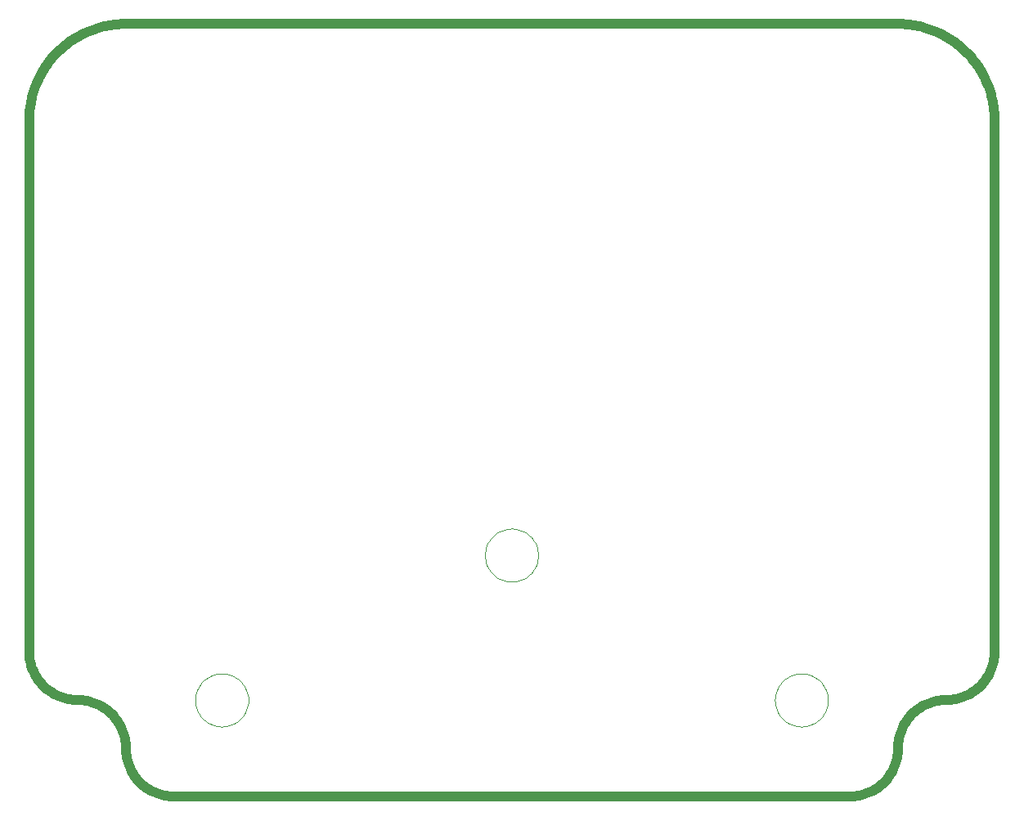
<source format=gm1>
G04*
G04 #@! TF.GenerationSoftware,Altium Limited,Altium Designer,21.3.2 (30)*
G04*
G04 Layer_Color=16711935*
%FSLAX25Y25*%
%MOIN*%
G70*
G04*
G04 #@! TF.SameCoordinates,3DC595B4-C491-417C-8E84-26B3D1DC1506*
G04*
G04*
G04 #@! TF.FilePolarity,Positive*
G04*
G01*
G75*
%ADD35C,0.00000*%
%ADD36C,0.03937*%
D35*
X207677Y98425D02*
X207631Y99424D01*
X207493Y100415D01*
X207264Y101388D01*
X206946Y102336D01*
X206542Y103251D01*
X206055Y104125D01*
X205490Y104950D01*
X204852Y105719D01*
X204144Y106426D01*
X203375Y107065D01*
X202550Y107630D01*
X201676Y108117D01*
X200762Y108521D01*
X199813Y108839D01*
X198840Y109068D01*
X197849Y109206D01*
X196850Y109252D01*
X195851Y109206D01*
X194861Y109068D01*
X193887Y108839D01*
X192939Y108521D01*
X192025Y108117D01*
X191151Y107630D01*
X190326Y107065D01*
X189556Y106426D01*
X188849Y105719D01*
X188210Y104950D01*
X187645Y104125D01*
X187159Y103251D01*
X186755Y102336D01*
X186437Y101388D01*
X186208Y100415D01*
X186070Y99424D01*
X186024Y98425D01*
X186070Y97426D01*
X186208Y96436D01*
X186437Y95462D01*
X186755Y94514D01*
X187159Y93599D01*
X187645Y92726D01*
X188210Y91901D01*
X188849Y91131D01*
X189556Y90424D01*
X190326Y89785D01*
X191151Y89220D01*
X192025Y88734D01*
X192939Y88329D01*
X193887Y88012D01*
X194861Y87783D01*
X195851Y87645D01*
X196850Y87598D01*
X197849Y87645D01*
X198840Y87783D01*
X199813Y88012D01*
X200762Y88329D01*
X201676Y88734D01*
X202550Y89220D01*
X203375Y89785D01*
X204144Y90424D01*
X204852Y91131D01*
X205490Y91901D01*
X206055Y92726D01*
X206542Y93599D01*
X206946Y94514D01*
X207264Y95462D01*
X207493Y96436D01*
X207631Y97426D01*
X207677Y98425D01*
X89567Y39370D02*
X89521Y40369D01*
X89383Y41359D01*
X89154Y42333D01*
X88836Y43281D01*
X88432Y44196D01*
X87945Y45070D01*
X87380Y45895D01*
X86741Y46664D01*
X86034Y47371D01*
X85265Y48010D01*
X84440Y48575D01*
X83566Y49062D01*
X82651Y49466D01*
X81703Y49784D01*
X80730Y50012D01*
X79739Y50151D01*
X78740Y50197D01*
X77741Y50151D01*
X76751Y50012D01*
X75777Y49784D01*
X74829Y49466D01*
X73914Y49062D01*
X73041Y48575D01*
X72216Y48010D01*
X71446Y47371D01*
X70739Y46664D01*
X70100Y45895D01*
X69535Y45070D01*
X69048Y44196D01*
X68644Y43281D01*
X68327Y42333D01*
X68098Y41359D01*
X67960Y40369D01*
X67913Y39370D01*
X67960Y38371D01*
X68098Y37381D01*
X68327Y36407D01*
X68644Y35459D01*
X69048Y34544D01*
X69535Y33670D01*
X70100Y32846D01*
X70739Y32076D01*
X71446Y31369D01*
X72216Y30730D01*
X73041Y30165D01*
X73914Y29678D01*
X74829Y29274D01*
X75777Y28957D01*
X76751Y28728D01*
X77741Y28589D01*
X78740Y28543D01*
X79739Y28589D01*
X80730Y28728D01*
X81703Y28957D01*
X82651Y29274D01*
X83566Y29678D01*
X84440Y30165D01*
X85265Y30730D01*
X86034Y31369D01*
X86741Y32076D01*
X87380Y32846D01*
X87945Y33670D01*
X88432Y34544D01*
X88836Y35459D01*
X89154Y36407D01*
X89383Y37381D01*
X89521Y38371D01*
X89567Y39370D01*
X325787D02*
X325741Y40369D01*
X325603Y41359D01*
X325374Y42333D01*
X325056Y43281D01*
X324652Y44196D01*
X324166Y45070D01*
X323601Y45895D01*
X322962Y46664D01*
X322255Y47371D01*
X321485Y48010D01*
X320660Y48575D01*
X319787Y49062D01*
X318872Y49466D01*
X317923Y49784D01*
X316950Y50012D01*
X315960Y50151D01*
X314961Y50197D01*
X313962Y50151D01*
X312971Y50012D01*
X311998Y49784D01*
X311050Y49466D01*
X310135Y49062D01*
X309261Y48575D01*
X308436Y48010D01*
X307667Y47371D01*
X306960Y46664D01*
X306321Y45895D01*
X305755Y45070D01*
X305269Y44196D01*
X304865Y43281D01*
X304547Y42333D01*
X304318Y41359D01*
X304180Y40369D01*
X304134Y39370D01*
X304180Y38371D01*
X304318Y37381D01*
X304547Y36407D01*
X304865Y35459D01*
X305269Y34544D01*
X305755Y33670D01*
X306321Y32846D01*
X306960Y32076D01*
X307667Y31369D01*
X308436Y30730D01*
X309261Y30165D01*
X310135Y29678D01*
X311050Y29274D01*
X311998Y28957D01*
X312971Y28728D01*
X313962Y28589D01*
X314961Y28543D01*
X315960Y28589D01*
X316950Y28728D01*
X317923Y28957D01*
X318872Y29274D01*
X319787Y29678D01*
X320660Y30165D01*
X321485Y30730D01*
X322255Y31369D01*
X322962Y32076D01*
X323601Y32846D01*
X324166Y33670D01*
X324652Y34544D01*
X325056Y35459D01*
X325374Y36407D01*
X325603Y37381D01*
X325741Y38371D01*
X325787Y39370D01*
D36*
X39620Y19710D02*
X39595Y20707D01*
X39519Y21701D01*
X39393Y22691D01*
X39217Y23673D01*
X38992Y24644D01*
X38717Y25603D01*
X38395Y26547D01*
X38025Y27473D01*
X37608Y28379D01*
X37147Y29263D01*
X36641Y30123D01*
X36092Y30955D01*
X35502Y31759D01*
X34871Y32532D01*
X34203Y33272D01*
X33497Y33978D01*
X32757Y34646D01*
X31984Y35276D01*
X31181Y35867D01*
X30348Y36416D01*
X29488Y36922D01*
X28604Y37383D01*
X27698Y37800D01*
X26772Y38170D01*
X25828Y38492D01*
X24869Y38767D01*
X23898Y38992D01*
X22916Y39168D01*
X21926Y39294D01*
X20932Y39370D01*
X19935Y39395D01*
X39620Y19710D02*
X39645Y18713D01*
X39721Y17718D01*
X39847Y16729D01*
X40023Y15747D01*
X40249Y14776D01*
X40523Y13817D01*
X40845Y12873D01*
X41215Y11947D01*
X41632Y11041D01*
X42094Y10157D01*
X42599Y9297D01*
X43148Y8465D01*
X43739Y7661D01*
X44369Y6888D01*
X45038Y6148D01*
X45743Y5443D01*
X46483Y4774D01*
X47256Y4144D01*
X48060Y3553D01*
X48893Y3004D01*
X49752Y2499D01*
X50636Y2037D01*
X51542Y1620D01*
X52468Y1250D01*
X53412Y928D01*
X54371Y653D01*
X55343Y428D01*
X56324Y252D01*
X57314Y126D01*
X58308Y50D01*
X59305Y25D01*
X334646D02*
X335643Y50D01*
X336637Y126D01*
X337627Y252D01*
X338608Y428D01*
X339580Y653D01*
X340539Y928D01*
X341482Y1250D01*
X342409Y1620D01*
X343315Y2037D01*
X344199Y2499D01*
X345058Y3004D01*
X345891Y3553D01*
X346695Y4144D01*
X347468Y4774D01*
X348208Y5443D01*
X348913Y6148D01*
X349582Y6888D01*
X350212Y7661D01*
X350802Y8465D01*
X351351Y9297D01*
X351857Y10157D01*
X352319Y11041D01*
X352735Y11947D01*
X353105Y12873D01*
X353428Y13817D01*
X353702Y14776D01*
X353928Y15747D01*
X354104Y16729D01*
X354230Y17719D01*
X354306Y18713D01*
X354331Y19710D01*
X374016Y39395D02*
X373019Y39370D01*
X372024Y39294D01*
X371035Y39168D01*
X370053Y38992D01*
X369082Y38767D01*
X368123Y38492D01*
X367179Y38170D01*
X366253Y37800D01*
X365347Y37383D01*
X364463Y36922D01*
X363603Y36416D01*
X362770Y35867D01*
X361966Y35276D01*
X361193Y34646D01*
X360453Y33978D01*
X359748Y33272D01*
X359080Y32532D01*
X358449Y31759D01*
X357859Y30955D01*
X357310Y30123D01*
X356804Y29263D01*
X356342Y28379D01*
X355926Y27473D01*
X355556Y26547D01*
X355234Y25603D01*
X354959Y24644D01*
X354734Y23673D01*
X354558Y22691D01*
X354432Y21701D01*
X354356Y20707D01*
X354331Y19710D01*
X374016Y39395D02*
X375013Y39420D01*
X376007Y39496D01*
X376997Y39622D01*
X377978Y39798D01*
X378950Y40023D01*
X379909Y40298D01*
X380853Y40620D01*
X381779Y40990D01*
X382685Y41407D01*
X383569Y41869D01*
X384428Y42375D01*
X385261Y42923D01*
X386065Y43514D01*
X386838Y44144D01*
X387578Y44813D01*
X388283Y45518D01*
X388952Y46258D01*
X389582Y47031D01*
X390173Y47835D01*
X390721Y48667D01*
X391227Y49527D01*
X391689Y50411D01*
X392106Y51317D01*
X392476Y52243D01*
X392798Y53187D01*
X393072Y54146D01*
X393298Y55118D01*
X393474Y56099D01*
X393600Y57089D01*
X393675Y58083D01*
X393701Y59080D01*
Y275616D02*
X393688Y276613D01*
X393650Y277610D01*
X393587Y278605D01*
X393499Y279599D01*
X393385Y280590D01*
X393247Y281577D01*
X393083Y282561D01*
X392895Y283541D01*
X392682Y284515D01*
X392444Y285484D01*
X392182Y286446D01*
X391895Y287402D01*
X391585Y288349D01*
X391250Y289289D01*
X390892Y290220D01*
X390510Y291141D01*
X390105Y292053D01*
X389677Y292954D01*
X389227Y293844D01*
X388754Y294722D01*
X388259Y295588D01*
X387742Y296441D01*
X387204Y297281D01*
X386644Y298106D01*
X386064Y298918D01*
X385464Y299714D01*
X384843Y300495D01*
X384203Y301260D01*
X383544Y302009D01*
X382866Y302740D01*
X382170Y303454D01*
X381455Y304151D01*
X380724Y304829D01*
X379975Y305488D01*
X379210Y306128D01*
X378429Y306749D01*
X377633Y307349D01*
X376822Y307929D01*
X375996Y308488D01*
X375156Y309027D01*
X374303Y309544D01*
X373437Y310039D01*
X372559Y310512D01*
X371669Y310962D01*
X370768Y311390D01*
X369857Y311795D01*
X368935Y312177D01*
X368004Y312535D01*
X367064Y312870D01*
X366117Y313180D01*
X365161Y313467D01*
X364199Y313729D01*
X363230Y313967D01*
X362256Y314180D01*
X361276Y314368D01*
X360292Y314532D01*
X359305Y314670D01*
X358314Y314784D01*
X357320Y314872D01*
X356325Y314935D01*
X355328Y314973D01*
X354331Y314986D01*
X39620D02*
X38623Y314973D01*
X37626Y314935D01*
X36631Y314872D01*
X35637Y314784D01*
X34646Y314670D01*
X33658Y314532D01*
X32674Y314368D01*
X31695Y314180D01*
X30720Y313967D01*
X29752Y313729D01*
X28789Y313467D01*
X27834Y313180D01*
X26886Y312870D01*
X25947Y312535D01*
X25016Y312177D01*
X24094Y311795D01*
X23183Y311390D01*
X22282Y310962D01*
X21392Y310512D01*
X20514Y310039D01*
X19648Y309544D01*
X18795Y309027D01*
X17955Y308488D01*
X17129Y307929D01*
X16318Y307349D01*
X15521Y306748D01*
X14740Y306128D01*
X13975Y305488D01*
X13227Y304829D01*
X12495Y304151D01*
X11781Y303454D01*
X11085Y302740D01*
X10407Y302009D01*
X9748Y301260D01*
X9108Y300495D01*
X8487Y299714D01*
X7887Y298918D01*
X7306Y298106D01*
X6747Y297281D01*
X6209Y296441D01*
X5692Y295588D01*
X5197Y294722D01*
X4724Y293844D01*
X4273Y292954D01*
X3845Y292053D01*
X3441Y291141D01*
X3059Y290220D01*
X2701Y289289D01*
X2366Y288349D01*
X2056Y287402D01*
X1769Y286446D01*
X1507Y285484D01*
X1269Y284515D01*
X1056Y283541D01*
X867Y282561D01*
X704Y281577D01*
X565Y280589D01*
X452Y279598D01*
X364Y278605D01*
X301Y277609D01*
X263Y276613D01*
X250Y275616D01*
Y59080D02*
X275Y58083D01*
X351Y57089D01*
X477Y56099D01*
X653Y55118D01*
X878Y54146D01*
X1153Y53187D01*
X1475Y52243D01*
X1845Y51317D01*
X2262Y50411D01*
X2723Y49527D01*
X3229Y48667D01*
X3778Y47835D01*
X4369Y47031D01*
X4999Y46258D01*
X5667Y45518D01*
X6373Y44813D01*
X7113Y44144D01*
X7886Y43514D01*
X8690Y42923D01*
X9522Y42375D01*
X10382Y41869D01*
X11266Y41407D01*
X12172Y40990D01*
X13098Y40620D01*
X14042Y40298D01*
X15001Y40023D01*
X15972Y39798D01*
X16954Y39622D01*
X17944Y39496D01*
X18938Y39420D01*
X19935Y39395D01*
X59305Y25D02*
X334646D01*
X393701Y59080D02*
Y275616D01*
X39620Y314986D02*
X354331D01*
X250Y59080D02*
Y275616D01*
M02*

</source>
